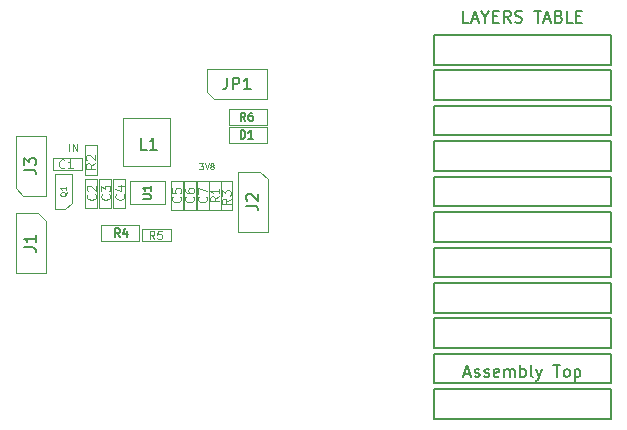
<source format=gbr>
%TF.GenerationSoftware,KiCad,Pcbnew,(5.1.6)-1*%
%TF.CreationDate,2020-07-26T11:23:49+05:30*%
%TF.ProjectId,KiCAD Demo- Buck-Boost Regulator,4b694341-4420-4446-956d-6f2d20427563,rev?*%
%TF.SameCoordinates,Original*%
%TF.FileFunction,Other,Fab,Top*%
%FSLAX46Y46*%
G04 Gerber Fmt 4.6, Leading zero omitted, Abs format (unit mm)*
G04 Created by KiCad (PCBNEW (5.1.6)-1) date 2020-07-26 11:23:49*
%MOMM*%
%LPD*%
G01*
G04 APERTURE LIST*
%ADD10C,0.150000*%
%ADD11C,0.120000*%
%ADD12C,0.100000*%
%ADD13C,0.076200*%
%ADD14C,0.101600*%
%ADD15C,0.075000*%
G04 APERTURE END LIST*
D10*
X138726190Y-66202380D02*
X138250000Y-66202380D01*
X138250000Y-65202380D01*
X139011904Y-65916666D02*
X139488095Y-65916666D01*
X138916666Y-66202380D02*
X139250000Y-65202380D01*
X139583333Y-66202380D01*
X140107142Y-65726190D02*
X140107142Y-66202380D01*
X139773809Y-65202380D02*
X140107142Y-65726190D01*
X140440476Y-65202380D01*
X140773809Y-65678571D02*
X141107142Y-65678571D01*
X141250000Y-66202380D02*
X140773809Y-66202380D01*
X140773809Y-65202380D01*
X141250000Y-65202380D01*
X142250000Y-66202380D02*
X141916666Y-65726190D01*
X141678571Y-66202380D02*
X141678571Y-65202380D01*
X142059523Y-65202380D01*
X142154761Y-65250000D01*
X142202380Y-65297619D01*
X142250000Y-65392857D01*
X142250000Y-65535714D01*
X142202380Y-65630952D01*
X142154761Y-65678571D01*
X142059523Y-65726190D01*
X141678571Y-65726190D01*
X142630952Y-66154761D02*
X142773809Y-66202380D01*
X143011904Y-66202380D01*
X143107142Y-66154761D01*
X143154761Y-66107142D01*
X143202380Y-66011904D01*
X143202380Y-65916666D01*
X143154761Y-65821428D01*
X143107142Y-65773809D01*
X143011904Y-65726190D01*
X142821428Y-65678571D01*
X142726190Y-65630952D01*
X142678571Y-65583333D01*
X142630952Y-65488095D01*
X142630952Y-65392857D01*
X142678571Y-65297619D01*
X142726190Y-65250000D01*
X142821428Y-65202380D01*
X143059523Y-65202380D01*
X143202380Y-65250000D01*
X144250000Y-65202380D02*
X144821428Y-65202380D01*
X144535714Y-66202380D02*
X144535714Y-65202380D01*
X145107142Y-65916666D02*
X145583333Y-65916666D01*
X145011904Y-66202380D02*
X145345238Y-65202380D01*
X145678571Y-66202380D01*
X146345238Y-65678571D02*
X146488095Y-65726190D01*
X146535714Y-65773809D01*
X146583333Y-65869047D01*
X146583333Y-66011904D01*
X146535714Y-66107142D01*
X146488095Y-66154761D01*
X146392857Y-66202380D01*
X146011904Y-66202380D01*
X146011904Y-65202380D01*
X146345238Y-65202380D01*
X146440476Y-65250000D01*
X146488095Y-65297619D01*
X146535714Y-65392857D01*
X146535714Y-65488095D01*
X146488095Y-65583333D01*
X146440476Y-65630952D01*
X146345238Y-65678571D01*
X146011904Y-65678571D01*
X147488095Y-66202380D02*
X147011904Y-66202380D01*
X147011904Y-65202380D01*
X147821428Y-65678571D02*
X148154761Y-65678571D01*
X148297619Y-66202380D02*
X147821428Y-66202380D01*
X147821428Y-65202380D01*
X148297619Y-65202380D01*
X138345238Y-95916666D02*
X138821428Y-95916666D01*
X138250000Y-96202380D02*
X138583333Y-95202380D01*
X138916666Y-96202380D01*
X139202380Y-96154761D02*
X139297619Y-96202380D01*
X139488095Y-96202380D01*
X139583333Y-96154761D01*
X139630952Y-96059523D01*
X139630952Y-96011904D01*
X139583333Y-95916666D01*
X139488095Y-95869047D01*
X139345238Y-95869047D01*
X139250000Y-95821428D01*
X139202380Y-95726190D01*
X139202380Y-95678571D01*
X139250000Y-95583333D01*
X139345238Y-95535714D01*
X139488095Y-95535714D01*
X139583333Y-95583333D01*
X140011904Y-96154761D02*
X140107142Y-96202380D01*
X140297619Y-96202380D01*
X140392857Y-96154761D01*
X140440476Y-96059523D01*
X140440476Y-96011904D01*
X140392857Y-95916666D01*
X140297619Y-95869047D01*
X140154761Y-95869047D01*
X140059523Y-95821428D01*
X140011904Y-95726190D01*
X140011904Y-95678571D01*
X140059523Y-95583333D01*
X140154761Y-95535714D01*
X140297619Y-95535714D01*
X140392857Y-95583333D01*
X141250000Y-96154761D02*
X141154761Y-96202380D01*
X140964285Y-96202380D01*
X140869047Y-96154761D01*
X140821428Y-96059523D01*
X140821428Y-95678571D01*
X140869047Y-95583333D01*
X140964285Y-95535714D01*
X141154761Y-95535714D01*
X141250000Y-95583333D01*
X141297619Y-95678571D01*
X141297619Y-95773809D01*
X140821428Y-95869047D01*
X141726190Y-96202380D02*
X141726190Y-95535714D01*
X141726190Y-95630952D02*
X141773809Y-95583333D01*
X141869047Y-95535714D01*
X142011904Y-95535714D01*
X142107142Y-95583333D01*
X142154761Y-95678571D01*
X142154761Y-96202380D01*
X142154761Y-95678571D02*
X142202380Y-95583333D01*
X142297619Y-95535714D01*
X142440476Y-95535714D01*
X142535714Y-95583333D01*
X142583333Y-95678571D01*
X142583333Y-96202380D01*
X143059523Y-96202380D02*
X143059523Y-95202380D01*
X143059523Y-95583333D02*
X143154761Y-95535714D01*
X143345238Y-95535714D01*
X143440476Y-95583333D01*
X143488095Y-95630952D01*
X143535714Y-95726190D01*
X143535714Y-96011904D01*
X143488095Y-96107142D01*
X143440476Y-96154761D01*
X143345238Y-96202380D01*
X143154761Y-96202380D01*
X143059523Y-96154761D01*
X144107142Y-96202380D02*
X144011904Y-96154761D01*
X143964285Y-96059523D01*
X143964285Y-95202380D01*
X144392857Y-95535714D02*
X144630952Y-96202380D01*
X144869047Y-95535714D02*
X144630952Y-96202380D01*
X144535714Y-96440476D01*
X144488095Y-96488095D01*
X144392857Y-96535714D01*
X145869047Y-95202380D02*
X146440476Y-95202380D01*
X146154761Y-96202380D02*
X146154761Y-95202380D01*
X146916666Y-96202380D02*
X146821428Y-96154761D01*
X146773809Y-96107142D01*
X146726190Y-96011904D01*
X146726190Y-95726190D01*
X146773809Y-95630952D01*
X146821428Y-95583333D01*
X146916666Y-95535714D01*
X147059523Y-95535714D01*
X147154761Y-95583333D01*
X147202380Y-95630952D01*
X147250000Y-95726190D01*
X147250000Y-96011904D01*
X147202380Y-96107142D01*
X147154761Y-96154761D01*
X147059523Y-96202380D01*
X146916666Y-96202380D01*
X147678571Y-95535714D02*
X147678571Y-96535714D01*
X147678571Y-95583333D02*
X147773809Y-95535714D01*
X147964285Y-95535714D01*
X148059523Y-95583333D01*
X148107142Y-95630952D01*
X148154761Y-95726190D01*
X148154761Y-96011904D01*
X148107142Y-96107142D01*
X148059523Y-96154761D01*
X147964285Y-96202380D01*
X147773809Y-96202380D01*
X147678571Y-96154761D01*
X135750000Y-97250000D02*
X150750000Y-97250000D01*
X150750000Y-99750000D02*
X135750000Y-99750000D01*
X150750000Y-97250000D02*
X150750000Y-99750000D01*
X135750000Y-91250000D02*
X150750000Y-91250000D01*
X135750000Y-94250000D02*
X150750000Y-94250000D01*
X150750000Y-94250000D02*
X150750000Y-96750000D01*
X135750000Y-94250000D02*
X135750000Y-96750000D01*
X135750000Y-97250000D02*
X135750000Y-99750000D01*
X150750000Y-96750000D02*
X135750000Y-96750000D01*
X150750000Y-93750000D02*
X135750000Y-93750000D01*
X150750000Y-91250000D02*
X150750000Y-93750000D01*
X135750000Y-91250000D02*
X135750000Y-93750000D01*
X135750000Y-82250000D02*
X150750000Y-82250000D01*
X150750000Y-85250000D02*
X150750000Y-87750000D01*
X150750000Y-87750000D02*
X135750000Y-87750000D01*
X135750000Y-85250000D02*
X150750000Y-85250000D01*
X135750000Y-85250000D02*
X135750000Y-87750000D01*
X135750000Y-88250000D02*
X135750000Y-90750000D01*
X135750000Y-88250000D02*
X150750000Y-88250000D01*
X150750000Y-88250000D02*
X150750000Y-90750000D01*
X150750000Y-90750000D02*
X135750000Y-90750000D01*
X135750000Y-79250000D02*
X135750000Y-81750000D01*
X150750000Y-79250000D02*
X150750000Y-81750000D01*
X150750000Y-81750000D02*
X135750000Y-81750000D01*
X135750000Y-82250000D02*
X135750000Y-84750000D01*
X150750000Y-84750000D02*
X135750000Y-84750000D01*
X150750000Y-82250000D02*
X150750000Y-84750000D01*
X135750000Y-79250000D02*
X150750000Y-79250000D01*
X135750000Y-76250000D02*
X135750000Y-78750000D01*
X150750000Y-76250000D02*
X150750000Y-78750000D01*
X150750000Y-78750000D02*
X135750000Y-78750000D01*
X135750000Y-76250000D02*
X150750000Y-76250000D01*
X135750000Y-73250000D02*
X135750000Y-75750000D01*
X150750000Y-73250000D02*
X150750000Y-75750000D01*
X150750000Y-75750000D02*
X135750000Y-75750000D01*
X135750000Y-73250000D02*
X150750000Y-73250000D01*
X135750000Y-70250000D02*
X135750000Y-72750000D01*
X150750000Y-70250000D02*
X150750000Y-72750000D01*
X150750000Y-72750000D02*
X135750000Y-72750000D01*
X135750000Y-70250000D02*
X150750000Y-70250000D01*
X135750000Y-67250000D02*
X135750000Y-69750000D01*
X150750000Y-69750000D02*
X135750000Y-69750000D01*
X150750000Y-67250000D02*
X150750000Y-69750000D01*
X135750000Y-67250000D02*
X150750000Y-67250000D01*
D11*
%TO.C,R5*%
X111000000Y-84700000D02*
X111000000Y-83700000D01*
X113500000Y-84700000D02*
X111000000Y-84700000D01*
X113500000Y-83700000D02*
X113500000Y-84700000D01*
X111000000Y-83700000D02*
X113500000Y-83700000D01*
%TO.C,R1*%
X116700000Y-79600000D02*
X117700000Y-79600000D01*
X116700000Y-82100000D02*
X116700000Y-79600000D01*
X117700000Y-82100000D02*
X116700000Y-82100000D01*
X117700000Y-79600000D02*
X117700000Y-82100000D01*
%TO.C,C1*%
X106000000Y-78700000D02*
X103500000Y-78700000D01*
X103500000Y-78700000D02*
X103500000Y-77700000D01*
X103500000Y-77700000D02*
X106000000Y-77700000D01*
X106000000Y-77700000D02*
X106000000Y-78700000D01*
%TO.C,C2*%
X107200000Y-79400000D02*
X107200000Y-81900000D01*
X107200000Y-81900000D02*
X106200000Y-81900000D01*
X106200000Y-81900000D02*
X106200000Y-79400000D01*
X106200000Y-79400000D02*
X107200000Y-79400000D01*
%TO.C,C3*%
X108400000Y-79400000D02*
X108400000Y-81900000D01*
X108400000Y-81900000D02*
X107400000Y-81900000D01*
X107400000Y-81900000D02*
X107400000Y-79400000D01*
X107400000Y-79400000D02*
X108400000Y-79400000D01*
%TO.C,C4*%
X108600000Y-79400000D02*
X109600000Y-79400000D01*
X108600000Y-81900000D02*
X108600000Y-79400000D01*
X109600000Y-81900000D02*
X108600000Y-81900000D01*
X109600000Y-79400000D02*
X109600000Y-81900000D01*
%TO.C,C5*%
X113500000Y-79600000D02*
X114500000Y-79600000D01*
X113500000Y-82100000D02*
X113500000Y-79600000D01*
X114500000Y-82100000D02*
X113500000Y-82100000D01*
X114500000Y-79600000D02*
X114500000Y-82100000D01*
%TO.C,C6*%
X114600000Y-79600000D02*
X115600000Y-79600000D01*
X114600000Y-82100000D02*
X114600000Y-79600000D01*
X115600000Y-82100000D02*
X114600000Y-82100000D01*
X115600000Y-79600000D02*
X115600000Y-82100000D01*
%TO.C,C7*%
X116700000Y-79600000D02*
X116700000Y-82100000D01*
X116700000Y-82100000D02*
X115700000Y-82100000D01*
X115700000Y-82100000D02*
X115700000Y-79600000D01*
X115700000Y-79600000D02*
X116700000Y-79600000D01*
%TO.C,D1*%
X121600000Y-75000000D02*
X121600000Y-76400000D01*
X118400000Y-75000000D02*
X121600000Y-75000000D01*
X118400000Y-76400000D02*
X118400000Y-75000000D01*
X121600000Y-76400000D02*
X118400000Y-76400000D01*
D12*
%TO.C,J1*%
X100330000Y-87410000D02*
X100330000Y-82330000D01*
X102870000Y-87410000D02*
X100330000Y-87410000D01*
X102870000Y-82965000D02*
X102870000Y-87410000D01*
X102235000Y-82330000D02*
X102870000Y-82965000D01*
X100330000Y-82330000D02*
X102235000Y-82330000D01*
%TO.C,J2*%
X119130000Y-83910000D02*
X119130000Y-78830000D01*
X121670000Y-83910000D02*
X119130000Y-83910000D01*
X121670000Y-79465000D02*
X121670000Y-83910000D01*
X121035000Y-78830000D02*
X121670000Y-79465000D01*
X119130000Y-78830000D02*
X121035000Y-78830000D01*
%TO.C,J3*%
X102870000Y-80870000D02*
X100965000Y-80870000D01*
X100965000Y-80870000D02*
X100330000Y-80235000D01*
X100330000Y-80235000D02*
X100330000Y-75790000D01*
X100330000Y-75790000D02*
X102870000Y-75790000D01*
X102870000Y-75790000D02*
X102870000Y-80870000D01*
%TO.C,JP1*%
X117165000Y-72670000D02*
X116530000Y-72035000D01*
X121610000Y-72670000D02*
X117165000Y-72670000D01*
X121610000Y-70130000D02*
X121610000Y-72670000D01*
X116530000Y-70130000D02*
X121610000Y-70130000D01*
X116530000Y-72035000D02*
X116530000Y-70130000D01*
D11*
%TO.C,L1*%
X109400000Y-78300000D02*
X109400000Y-74300000D01*
X113400000Y-78300000D02*
X109400000Y-78300000D01*
X113400000Y-74300000D02*
X113400000Y-78300000D01*
X109400000Y-74300000D02*
X113400000Y-74300000D01*
D12*
%TO.C,Q1*%
X105100000Y-81450000D02*
X105100000Y-79000000D01*
X104550000Y-82020000D02*
X103700000Y-82020000D01*
X105100000Y-81450000D02*
X104550000Y-82020000D01*
X103700000Y-82020000D02*
X103700000Y-78980000D01*
X105100000Y-78980000D02*
X103700000Y-78980000D01*
D11*
%TO.C,R2*%
X107200000Y-76600000D02*
X107200000Y-79100000D01*
X107200000Y-79100000D02*
X106200000Y-79100000D01*
X106200000Y-79100000D02*
X106200000Y-76600000D01*
X106200000Y-76600000D02*
X107200000Y-76600000D01*
%TO.C,R4*%
X107600000Y-83300000D02*
X110800000Y-83300000D01*
X110800000Y-83300000D02*
X110800000Y-84700000D01*
X110800000Y-84700000D02*
X107600000Y-84700000D01*
X107600000Y-84700000D02*
X107600000Y-83300000D01*
%TO.C,R6*%
X121600000Y-73500000D02*
X121600000Y-74900000D01*
X118400000Y-73500000D02*
X121600000Y-73500000D01*
X118400000Y-74900000D02*
X118400000Y-73500000D01*
X121600000Y-74900000D02*
X118400000Y-74900000D01*
%TO.C,U1*%
X110000000Y-81600000D02*
X110000000Y-79600000D01*
X110000000Y-79600000D02*
X113000000Y-79600000D01*
X113000000Y-79600000D02*
X113000000Y-81600000D01*
X113000000Y-81600000D02*
X110000000Y-81600000D01*
%TO.C,R3*%
X117700000Y-82100000D02*
X117700000Y-79600000D01*
X117700000Y-79600000D02*
X118700000Y-79600000D01*
X118700000Y-79600000D02*
X118700000Y-82100000D01*
X118700000Y-82100000D02*
X117700000Y-82100000D01*
%TD*%
%TO.C,R5*%
D12*
X112083333Y-84516666D02*
X111850000Y-84183333D01*
X111683333Y-84516666D02*
X111683333Y-83816666D01*
X111950000Y-83816666D01*
X112016666Y-83850000D01*
X112050000Y-83883333D01*
X112083333Y-83950000D01*
X112083333Y-84050000D01*
X112050000Y-84116666D01*
X112016666Y-84150000D01*
X111950000Y-84183333D01*
X111683333Y-84183333D01*
X112716666Y-83816666D02*
X112383333Y-83816666D01*
X112350000Y-84150000D01*
X112383333Y-84116666D01*
X112450000Y-84083333D01*
X112616666Y-84083333D01*
X112683333Y-84116666D01*
X112716666Y-84150000D01*
X112750000Y-84216666D01*
X112750000Y-84383333D01*
X112716666Y-84450000D01*
X112683333Y-84483333D01*
X112616666Y-84516666D01*
X112450000Y-84516666D01*
X112383333Y-84483333D01*
X112350000Y-84450000D01*
%TO.C,R1*%
X117516666Y-80916666D02*
X117183333Y-81150000D01*
X117516666Y-81316666D02*
X116816666Y-81316666D01*
X116816666Y-81050000D01*
X116850000Y-80983333D01*
X116883333Y-80950000D01*
X116950000Y-80916666D01*
X117050000Y-80916666D01*
X117116666Y-80950000D01*
X117150000Y-80983333D01*
X117183333Y-81050000D01*
X117183333Y-81316666D01*
X117516666Y-80250000D02*
X117516666Y-80650000D01*
X117516666Y-80450000D02*
X116816666Y-80450000D01*
X116916666Y-80516666D01*
X116983333Y-80583333D01*
X117016666Y-80650000D01*
%TO.C,C1*%
D13*
X104473000Y-78472142D02*
X104436714Y-78508428D01*
X104327857Y-78544714D01*
X104255285Y-78544714D01*
X104146428Y-78508428D01*
X104073857Y-78435857D01*
X104037571Y-78363285D01*
X104001285Y-78218142D01*
X104001285Y-78109285D01*
X104037571Y-77964142D01*
X104073857Y-77891571D01*
X104146428Y-77819000D01*
X104255285Y-77782714D01*
X104327857Y-77782714D01*
X104436714Y-77819000D01*
X104473000Y-77855285D01*
X105198714Y-78544714D02*
X104763285Y-78544714D01*
X104981000Y-78544714D02*
X104981000Y-77782714D01*
X104908428Y-77891571D01*
X104835857Y-77964142D01*
X104763285Y-78000428D01*
%TO.C,C2*%
D14*
X107072142Y-80727000D02*
X107108428Y-80763285D01*
X107144714Y-80872142D01*
X107144714Y-80944714D01*
X107108428Y-81053571D01*
X107035857Y-81126142D01*
X106963285Y-81162428D01*
X106818142Y-81198714D01*
X106709285Y-81198714D01*
X106564142Y-81162428D01*
X106491571Y-81126142D01*
X106419000Y-81053571D01*
X106382714Y-80944714D01*
X106382714Y-80872142D01*
X106419000Y-80763285D01*
X106455285Y-80727000D01*
X106455285Y-80436714D02*
X106419000Y-80400428D01*
X106382714Y-80327857D01*
X106382714Y-80146428D01*
X106419000Y-80073857D01*
X106455285Y-80037571D01*
X106527857Y-80001285D01*
X106600428Y-80001285D01*
X106709285Y-80037571D01*
X107144714Y-80473000D01*
X107144714Y-80001285D01*
%TO.C,C3*%
X108272142Y-80727000D02*
X108308428Y-80763285D01*
X108344714Y-80872142D01*
X108344714Y-80944714D01*
X108308428Y-81053571D01*
X108235857Y-81126142D01*
X108163285Y-81162428D01*
X108018142Y-81198714D01*
X107909285Y-81198714D01*
X107764142Y-81162428D01*
X107691571Y-81126142D01*
X107619000Y-81053571D01*
X107582714Y-80944714D01*
X107582714Y-80872142D01*
X107619000Y-80763285D01*
X107655285Y-80727000D01*
X107582714Y-80473000D02*
X107582714Y-80001285D01*
X107873000Y-80255285D01*
X107873000Y-80146428D01*
X107909285Y-80073857D01*
X107945571Y-80037571D01*
X108018142Y-80001285D01*
X108199571Y-80001285D01*
X108272142Y-80037571D01*
X108308428Y-80073857D01*
X108344714Y-80146428D01*
X108344714Y-80364142D01*
X108308428Y-80436714D01*
X108272142Y-80473000D01*
%TO.C,C4*%
X109472142Y-80727000D02*
X109508428Y-80763285D01*
X109544714Y-80872142D01*
X109544714Y-80944714D01*
X109508428Y-81053571D01*
X109435857Y-81126142D01*
X109363285Y-81162428D01*
X109218142Y-81198714D01*
X109109285Y-81198714D01*
X108964142Y-81162428D01*
X108891571Y-81126142D01*
X108819000Y-81053571D01*
X108782714Y-80944714D01*
X108782714Y-80872142D01*
X108819000Y-80763285D01*
X108855285Y-80727000D01*
X109036714Y-80073857D02*
X109544714Y-80073857D01*
X108746428Y-80255285D02*
X109290714Y-80436714D01*
X109290714Y-79965000D01*
%TO.C,C5*%
X114272142Y-80927000D02*
X114308428Y-80963285D01*
X114344714Y-81072142D01*
X114344714Y-81144714D01*
X114308428Y-81253571D01*
X114235857Y-81326142D01*
X114163285Y-81362428D01*
X114018142Y-81398714D01*
X113909285Y-81398714D01*
X113764142Y-81362428D01*
X113691571Y-81326142D01*
X113619000Y-81253571D01*
X113582714Y-81144714D01*
X113582714Y-81072142D01*
X113619000Y-80963285D01*
X113655285Y-80927000D01*
X113582714Y-80237571D02*
X113582714Y-80600428D01*
X113945571Y-80636714D01*
X113909285Y-80600428D01*
X113873000Y-80527857D01*
X113873000Y-80346428D01*
X113909285Y-80273857D01*
X113945571Y-80237571D01*
X114018142Y-80201285D01*
X114199571Y-80201285D01*
X114272142Y-80237571D01*
X114308428Y-80273857D01*
X114344714Y-80346428D01*
X114344714Y-80527857D01*
X114308428Y-80600428D01*
X114272142Y-80636714D01*
%TO.C,C6*%
X115372142Y-80927000D02*
X115408428Y-80963285D01*
X115444714Y-81072142D01*
X115444714Y-81144714D01*
X115408428Y-81253571D01*
X115335857Y-81326142D01*
X115263285Y-81362428D01*
X115118142Y-81398714D01*
X115009285Y-81398714D01*
X114864142Y-81362428D01*
X114791571Y-81326142D01*
X114719000Y-81253571D01*
X114682714Y-81144714D01*
X114682714Y-81072142D01*
X114719000Y-80963285D01*
X114755285Y-80927000D01*
X114682714Y-80273857D02*
X114682714Y-80419000D01*
X114719000Y-80491571D01*
X114755285Y-80527857D01*
X114864142Y-80600428D01*
X115009285Y-80636714D01*
X115299571Y-80636714D01*
X115372142Y-80600428D01*
X115408428Y-80564142D01*
X115444714Y-80491571D01*
X115444714Y-80346428D01*
X115408428Y-80273857D01*
X115372142Y-80237571D01*
X115299571Y-80201285D01*
X115118142Y-80201285D01*
X115045571Y-80237571D01*
X115009285Y-80273857D01*
X114973000Y-80346428D01*
X114973000Y-80491571D01*
X115009285Y-80564142D01*
X115045571Y-80600428D01*
X115118142Y-80636714D01*
%TO.C,C7*%
D13*
X116472142Y-80927000D02*
X116508428Y-80963285D01*
X116544714Y-81072142D01*
X116544714Y-81144714D01*
X116508428Y-81253571D01*
X116435857Y-81326142D01*
X116363285Y-81362428D01*
X116218142Y-81398714D01*
X116109285Y-81398714D01*
X115964142Y-81362428D01*
X115891571Y-81326142D01*
X115819000Y-81253571D01*
X115782714Y-81144714D01*
X115782714Y-81072142D01*
X115819000Y-80963285D01*
X115855285Y-80927000D01*
X115782714Y-80673000D02*
X115782714Y-80165000D01*
X116544714Y-80491571D01*
%TO.C,D1*%
D10*
X119383333Y-76016666D02*
X119383333Y-75316666D01*
X119550000Y-75316666D01*
X119650000Y-75350000D01*
X119716666Y-75416666D01*
X119750000Y-75483333D01*
X119783333Y-75616666D01*
X119783333Y-75716666D01*
X119750000Y-75850000D01*
X119716666Y-75916666D01*
X119650000Y-75983333D01*
X119550000Y-76016666D01*
X119383333Y-76016666D01*
X120450000Y-76016666D02*
X120050000Y-76016666D01*
X120250000Y-76016666D02*
X120250000Y-75316666D01*
X120183333Y-75416666D01*
X120116666Y-75483333D01*
X120050000Y-75516666D01*
%TO.C,J1*%
X101052380Y-85203333D02*
X101766666Y-85203333D01*
X101909523Y-85250952D01*
X102004761Y-85346190D01*
X102052380Y-85489047D01*
X102052380Y-85584285D01*
X102052380Y-84203333D02*
X102052380Y-84774761D01*
X102052380Y-84489047D02*
X101052380Y-84489047D01*
X101195238Y-84584285D01*
X101290476Y-84679523D01*
X101338095Y-84774761D01*
%TO.C,J2*%
X119852380Y-81703333D02*
X120566666Y-81703333D01*
X120709523Y-81750952D01*
X120804761Y-81846190D01*
X120852380Y-81989047D01*
X120852380Y-82084285D01*
X119947619Y-81274761D02*
X119900000Y-81227142D01*
X119852380Y-81131904D01*
X119852380Y-80893809D01*
X119900000Y-80798571D01*
X119947619Y-80750952D01*
X120042857Y-80703333D01*
X120138095Y-80703333D01*
X120280952Y-80750952D01*
X120852380Y-81322380D01*
X120852380Y-80703333D01*
%TO.C,J3*%
X101052380Y-78663333D02*
X101766666Y-78663333D01*
X101909523Y-78710952D01*
X102004761Y-78806190D01*
X102052380Y-78949047D01*
X102052380Y-79044285D01*
X101052380Y-78282380D02*
X101052380Y-77663333D01*
X101433333Y-77996666D01*
X101433333Y-77853809D01*
X101480952Y-77758571D01*
X101528571Y-77710952D01*
X101623809Y-77663333D01*
X101861904Y-77663333D01*
X101957142Y-77710952D01*
X102004761Y-77758571D01*
X102052380Y-77853809D01*
X102052380Y-78139523D01*
X102004761Y-78234761D01*
X101957142Y-78282380D01*
%TO.C,JP1*%
X118236666Y-70852380D02*
X118236666Y-71566666D01*
X118189047Y-71709523D01*
X118093809Y-71804761D01*
X117950952Y-71852380D01*
X117855714Y-71852380D01*
X118712857Y-71852380D02*
X118712857Y-70852380D01*
X119093809Y-70852380D01*
X119189047Y-70900000D01*
X119236666Y-70947619D01*
X119284285Y-71042857D01*
X119284285Y-71185714D01*
X119236666Y-71280952D01*
X119189047Y-71328571D01*
X119093809Y-71376190D01*
X118712857Y-71376190D01*
X120236666Y-71852380D02*
X119665238Y-71852380D01*
X119950952Y-71852380D02*
X119950952Y-70852380D01*
X119855714Y-70995238D01*
X119760476Y-71090476D01*
X119665238Y-71138095D01*
%TO.C,L1*%
X111433333Y-76952380D02*
X110957142Y-76952380D01*
X110957142Y-75952380D01*
X112290476Y-76952380D02*
X111719047Y-76952380D01*
X112004761Y-76952380D02*
X112004761Y-75952380D01*
X111909523Y-76095238D01*
X111814285Y-76190476D01*
X111719047Y-76238095D01*
%TO.C,Q1*%
D15*
X104673809Y-80547619D02*
X104650000Y-80595238D01*
X104602380Y-80642857D01*
X104530952Y-80714285D01*
X104507142Y-80761904D01*
X104507142Y-80809523D01*
X104626190Y-80785714D02*
X104602380Y-80833333D01*
X104554761Y-80880952D01*
X104459523Y-80904761D01*
X104292857Y-80904761D01*
X104197619Y-80880952D01*
X104150000Y-80833333D01*
X104126190Y-80785714D01*
X104126190Y-80690476D01*
X104150000Y-80642857D01*
X104197619Y-80595238D01*
X104292857Y-80571428D01*
X104459523Y-80571428D01*
X104554761Y-80595238D01*
X104602380Y-80642857D01*
X104626190Y-80690476D01*
X104626190Y-80785714D01*
X104626190Y-80095238D02*
X104626190Y-80380952D01*
X104626190Y-80238095D02*
X104126190Y-80238095D01*
X104197619Y-80285714D01*
X104245238Y-80333333D01*
X104269047Y-80380952D01*
%TO.C,R2*%
D14*
X107044714Y-78127000D02*
X106681857Y-78381000D01*
X107044714Y-78562428D02*
X106282714Y-78562428D01*
X106282714Y-78272142D01*
X106319000Y-78199571D01*
X106355285Y-78163285D01*
X106427857Y-78127000D01*
X106536714Y-78127000D01*
X106609285Y-78163285D01*
X106645571Y-78199571D01*
X106681857Y-78272142D01*
X106681857Y-78562428D01*
X106355285Y-77836714D02*
X106319000Y-77800428D01*
X106282714Y-77727857D01*
X106282714Y-77546428D01*
X106319000Y-77473857D01*
X106355285Y-77437571D01*
X106427857Y-77401285D01*
X106500428Y-77401285D01*
X106609285Y-77437571D01*
X107044714Y-77873000D01*
X107044714Y-77401285D01*
%TO.C,R4*%
D10*
X109183333Y-84316666D02*
X108950000Y-83983333D01*
X108783333Y-84316666D02*
X108783333Y-83616666D01*
X109050000Y-83616666D01*
X109116666Y-83650000D01*
X109150000Y-83683333D01*
X109183333Y-83750000D01*
X109183333Y-83850000D01*
X109150000Y-83916666D01*
X109116666Y-83950000D01*
X109050000Y-83983333D01*
X108783333Y-83983333D01*
X109783333Y-83850000D02*
X109783333Y-84316666D01*
X109616666Y-83583333D02*
X109450000Y-84083333D01*
X109883333Y-84083333D01*
%TO.C,R6*%
X119783333Y-74516666D02*
X119550000Y-74183333D01*
X119383333Y-74516666D02*
X119383333Y-73816666D01*
X119650000Y-73816666D01*
X119716666Y-73850000D01*
X119750000Y-73883333D01*
X119783333Y-73950000D01*
X119783333Y-74050000D01*
X119750000Y-74116666D01*
X119716666Y-74150000D01*
X119650000Y-74183333D01*
X119383333Y-74183333D01*
X120383333Y-73816666D02*
X120250000Y-73816666D01*
X120183333Y-73850000D01*
X120150000Y-73883333D01*
X120083333Y-73983333D01*
X120050000Y-74116666D01*
X120050000Y-74383333D01*
X120083333Y-74450000D01*
X120116666Y-74483333D01*
X120183333Y-74516666D01*
X120316666Y-74516666D01*
X120383333Y-74483333D01*
X120416666Y-74450000D01*
X120450000Y-74383333D01*
X120450000Y-74216666D01*
X120416666Y-74150000D01*
X120383333Y-74116666D01*
X120316666Y-74083333D01*
X120183333Y-74083333D01*
X120116666Y-74116666D01*
X120083333Y-74150000D01*
X120050000Y-74216666D01*
%TO.C,U1*%
X111116666Y-81133333D02*
X111683333Y-81133333D01*
X111750000Y-81100000D01*
X111783333Y-81066666D01*
X111816666Y-81000000D01*
X111816666Y-80866666D01*
X111783333Y-80800000D01*
X111750000Y-80766666D01*
X111683333Y-80733333D01*
X111116666Y-80733333D01*
X111816666Y-80033333D02*
X111816666Y-80433333D01*
X111816666Y-80233333D02*
X111116666Y-80233333D01*
X111216666Y-80300000D01*
X111283333Y-80366666D01*
X111316666Y-80433333D01*
%TO.C,R3*%
D14*
X118544714Y-81127000D02*
X118181857Y-81381000D01*
X118544714Y-81562428D02*
X117782714Y-81562428D01*
X117782714Y-81272142D01*
X117819000Y-81199571D01*
X117855285Y-81163285D01*
X117927857Y-81127000D01*
X118036714Y-81127000D01*
X118109285Y-81163285D01*
X118145571Y-81199571D01*
X118181857Y-81272142D01*
X118181857Y-81562428D01*
X117782714Y-80873000D02*
X117782714Y-80401285D01*
X118073000Y-80655285D01*
X118073000Y-80546428D01*
X118109285Y-80473857D01*
X118145571Y-80437571D01*
X118218142Y-80401285D01*
X118399571Y-80401285D01*
X118472142Y-80437571D01*
X118508428Y-80473857D01*
X118544714Y-80546428D01*
X118544714Y-80764142D01*
X118508428Y-80836714D01*
X118472142Y-80873000D01*
%TO.C,IN*%
X104867380Y-77087261D02*
X104867380Y-76452261D01*
X105169761Y-77087261D02*
X105169761Y-76452261D01*
X105532619Y-77087261D01*
X105532619Y-76452261D01*
%TO.C,3V8*%
D13*
X115871047Y-78121809D02*
X116185523Y-78121809D01*
X116016190Y-78315333D01*
X116088761Y-78315333D01*
X116137142Y-78339523D01*
X116161333Y-78363714D01*
X116185523Y-78412095D01*
X116185523Y-78533047D01*
X116161333Y-78581428D01*
X116137142Y-78605619D01*
X116088761Y-78629809D01*
X115943619Y-78629809D01*
X115895238Y-78605619D01*
X115871047Y-78581428D01*
X116330666Y-78121809D02*
X116500000Y-78629809D01*
X116669333Y-78121809D01*
X116911238Y-78339523D02*
X116862857Y-78315333D01*
X116838666Y-78291142D01*
X116814476Y-78242761D01*
X116814476Y-78218571D01*
X116838666Y-78170190D01*
X116862857Y-78146000D01*
X116911238Y-78121809D01*
X117008000Y-78121809D01*
X117056380Y-78146000D01*
X117080571Y-78170190D01*
X117104761Y-78218571D01*
X117104761Y-78242761D01*
X117080571Y-78291142D01*
X117056380Y-78315333D01*
X117008000Y-78339523D01*
X116911238Y-78339523D01*
X116862857Y-78363714D01*
X116838666Y-78387904D01*
X116814476Y-78436285D01*
X116814476Y-78533047D01*
X116838666Y-78581428D01*
X116862857Y-78605619D01*
X116911238Y-78629809D01*
X117008000Y-78629809D01*
X117056380Y-78605619D01*
X117080571Y-78581428D01*
X117104761Y-78533047D01*
X117104761Y-78436285D01*
X117080571Y-78387904D01*
X117056380Y-78363714D01*
X117008000Y-78339523D01*
%TD*%
M02*

</source>
